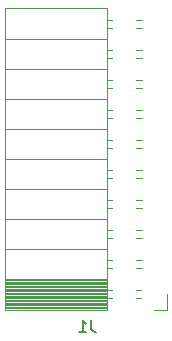
<source format=gbr>
G04 #@! TF.GenerationSoftware,KiCad,Pcbnew,(5.0.2)-1*
G04 #@! TF.CreationDate,2019-09-12T21:25:24+02:00*
G04 #@! TF.ProjectId,Jlink_power_supply,4a6c696e-6b5f-4706-9f77-65725f737570,rev?*
G04 #@! TF.SameCoordinates,Original*
G04 #@! TF.FileFunction,Legend,Bot*
G04 #@! TF.FilePolarity,Positive*
%FSLAX46Y46*%
G04 Gerber Fmt 4.6, Leading zero omitted, Abs format (unit mm)*
G04 Created by KiCad (PCBNEW (5.0.2)-1) date 2019-09-12 21:25:24*
%MOMM*%
%LPD*%
G01*
G04 APERTURE LIST*
%ADD10C,0.120000*%
%ADD11C,0.150000*%
G04 APERTURE END LIST*
D10*
G04 #@! TO.C,J1*
X106750000Y-120590000D02*
X115380000Y-120590000D01*
X106750000Y-120471905D02*
X115380000Y-120471905D01*
X106750000Y-120353810D02*
X115380000Y-120353810D01*
X106750000Y-120235715D02*
X115380000Y-120235715D01*
X106750000Y-120117620D02*
X115380000Y-120117620D01*
X106750000Y-119999525D02*
X115380000Y-119999525D01*
X106750000Y-119881430D02*
X115380000Y-119881430D01*
X106750000Y-119763335D02*
X115380000Y-119763335D01*
X106750000Y-119645240D02*
X115380000Y-119645240D01*
X106750000Y-119527145D02*
X115380000Y-119527145D01*
X106750000Y-119409050D02*
X115380000Y-119409050D01*
X106750000Y-119290955D02*
X115380000Y-119290955D01*
X106750000Y-119172860D02*
X115380000Y-119172860D01*
X106750000Y-119054765D02*
X115380000Y-119054765D01*
X106750000Y-118936670D02*
X115380000Y-118936670D01*
X106750000Y-118818575D02*
X115380000Y-118818575D01*
X106750000Y-118700480D02*
X115380000Y-118700480D01*
X106750000Y-118582385D02*
X115380000Y-118582385D01*
X106750000Y-118464290D02*
X115380000Y-118464290D01*
X106750000Y-118346195D02*
X115380000Y-118346195D01*
X106750000Y-118228100D02*
X115380000Y-118228100D01*
X115380000Y-119740000D02*
X115790000Y-119740000D01*
X117890000Y-119740000D02*
X118270000Y-119740000D01*
X115380000Y-119020000D02*
X115790000Y-119020000D01*
X117890000Y-119020000D02*
X118270000Y-119020000D01*
X115380000Y-117200000D02*
X115790000Y-117200000D01*
X117890000Y-117200000D02*
X118330000Y-117200000D01*
X115380000Y-116480000D02*
X115790000Y-116480000D01*
X117890000Y-116480000D02*
X118330000Y-116480000D01*
X115380000Y-114660000D02*
X115790000Y-114660000D01*
X117890000Y-114660000D02*
X118330000Y-114660000D01*
X115380000Y-113940000D02*
X115790000Y-113940000D01*
X117890000Y-113940000D02*
X118330000Y-113940000D01*
X115380000Y-112120000D02*
X115790000Y-112120000D01*
X117890000Y-112120000D02*
X118330000Y-112120000D01*
X115380000Y-111400000D02*
X115790000Y-111400000D01*
X117890000Y-111400000D02*
X118330000Y-111400000D01*
X115380000Y-109580000D02*
X115790000Y-109580000D01*
X117890000Y-109580000D02*
X118330000Y-109580000D01*
X115380000Y-108860000D02*
X115790000Y-108860000D01*
X117890000Y-108860000D02*
X118330000Y-108860000D01*
X115380000Y-107040000D02*
X115790000Y-107040000D01*
X117890000Y-107040000D02*
X118330000Y-107040000D01*
X115380000Y-106320000D02*
X115790000Y-106320000D01*
X117890000Y-106320000D02*
X118330000Y-106320000D01*
X115380000Y-104500000D02*
X115790000Y-104500000D01*
X117890000Y-104500000D02*
X118330000Y-104500000D01*
X115380000Y-103780000D02*
X115790000Y-103780000D01*
X117890000Y-103780000D02*
X118330000Y-103780000D01*
X115380000Y-101960000D02*
X115790000Y-101960000D01*
X117890000Y-101960000D02*
X118330000Y-101960000D01*
X115380000Y-101240000D02*
X115790000Y-101240000D01*
X117890000Y-101240000D02*
X118330000Y-101240000D01*
X115380000Y-99420000D02*
X115790000Y-99420000D01*
X117890000Y-99420000D02*
X118330000Y-99420000D01*
X115380000Y-98700000D02*
X115790000Y-98700000D01*
X117890000Y-98700000D02*
X118330000Y-98700000D01*
X115380000Y-96880000D02*
X115790000Y-96880000D01*
X117890000Y-96880000D02*
X118330000Y-96880000D01*
X115380000Y-96160000D02*
X115790000Y-96160000D01*
X117890000Y-96160000D02*
X118330000Y-96160000D01*
X106750000Y-118110000D02*
X115380000Y-118110000D01*
X106750000Y-115570000D02*
X115380000Y-115570000D01*
X106750000Y-113030000D02*
X115380000Y-113030000D01*
X106750000Y-110490000D02*
X115380000Y-110490000D01*
X106750000Y-107950000D02*
X115380000Y-107950000D01*
X106750000Y-105410000D02*
X115380000Y-105410000D01*
X106750000Y-102870000D02*
X115380000Y-102870000D01*
X106750000Y-100330000D02*
X115380000Y-100330000D01*
X106750000Y-97790000D02*
X115380000Y-97790000D01*
X106750000Y-120710000D02*
X115380000Y-120710000D01*
X115380000Y-120710000D02*
X115380000Y-95190000D01*
X106750000Y-95190000D02*
X115380000Y-95190000D01*
X106750000Y-120710000D02*
X106750000Y-95190000D01*
X120490000Y-120710000D02*
X120490000Y-119380000D01*
X119380000Y-120710000D02*
X120490000Y-120710000D01*
D11*
X114063333Y-121602380D02*
X114063333Y-122316666D01*
X114110952Y-122459523D01*
X114206190Y-122554761D01*
X114349047Y-122602380D01*
X114444285Y-122602380D01*
X113063333Y-122602380D02*
X113634761Y-122602380D01*
X113349047Y-122602380D02*
X113349047Y-121602380D01*
X113444285Y-121745238D01*
X113539523Y-121840476D01*
X113634761Y-121888095D01*
G04 #@! TD*
M02*

</source>
